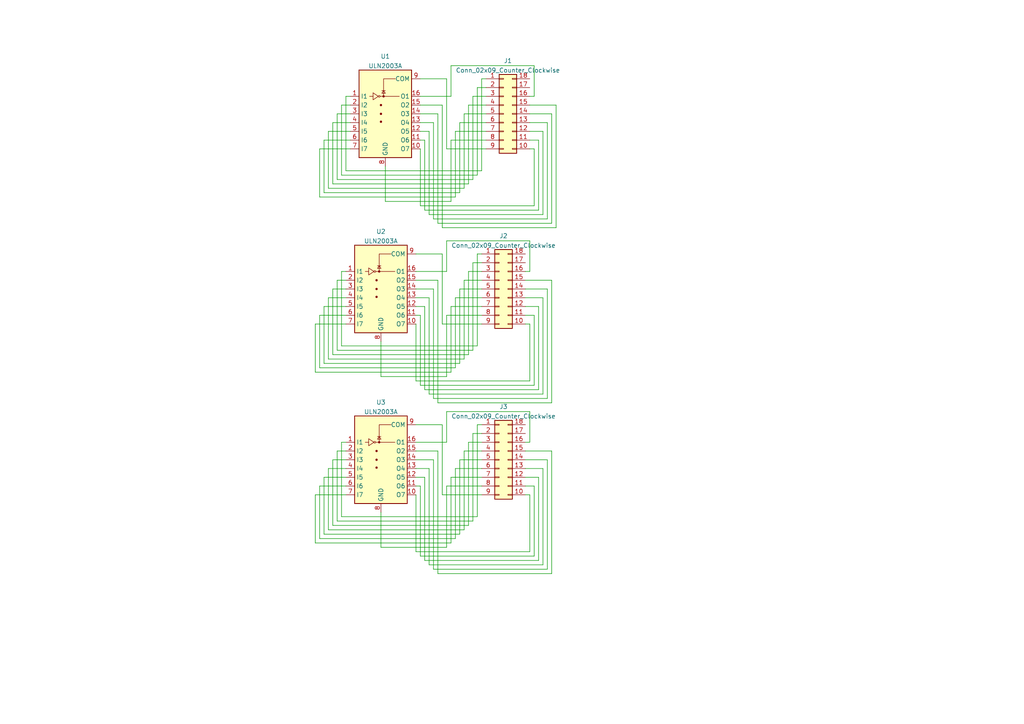
<source format=kicad_sch>
(kicad_sch (version 20211123) (generator eeschema)
  (paper "A4")
  (lib_symbols
    (symbol "Connector_Generic:Conn_02x09_Counter_Clockwise" (pin_names (offset 1.016) hide)
      (property "Reference" "J" (at 1.27 12.7 0))
      (property "Value" "Conn_02x09_Counter_Clockwise" (at 1.27 -12.7 0))
      (symbol "Conn_02x09_Counter_Clockwise_1_1"
        (rectangle (start -1.27 -10.033) (end 0 -10.287) (stroke (width 0.1524)))
        (rectangle (start -1.27 -7.493) (end 0 -7.747) (stroke (width 0.1524)))
        (rectangle (start -1.27 -4.953) (end 0 -5.207) (stroke (width 0.1524)))
        (rectangle (start -1.27 -2.413) (end 0 -2.667) (stroke (width 0.1524)))
        (rectangle (start -1.27 0.127) (end 0 -0.127) (stroke (width 0.1524)))
        (rectangle (start -1.27 2.667) (end 0 2.413) (stroke (width 0.1524)))
        (rectangle (start -1.27 5.207) (end 0 4.953) (stroke (width 0.1524)))
        (rectangle (start -1.27 7.747) (end 0 7.493) (stroke (width 0.1524)))
        (rectangle (start -1.27 10.287) (end 0 10.033) (stroke (width 0.1524)))
        (rectangle (start -1.27 11.43) (end 3.81 -11.43) (stroke (width 0.254)) (fill (type background)))
        (rectangle (start 3.81 -10.033) (end 2.54 -10.287) (stroke (width 0.1524)))
        (rectangle (start 3.81 -7.493) (end 2.54 -7.747) (stroke (width 0.1524)))
        (rectangle (start 3.81 -4.953) (end 2.54 -5.207) (stroke (width 0.1524)))
        (rectangle (start 3.81 -2.413) (end 2.54 -2.667) (stroke (width 0.1524)))
        (rectangle (start 3.81 0.127) (end 2.54 -0.127) (stroke (width 0.1524)))
        (rectangle (start 3.81 2.667) (end 2.54 2.413) (stroke (width 0.1524)))
        (rectangle (start 3.81 5.207) (end 2.54 4.953) (stroke (width 0.1524)))
        (rectangle (start 3.81 7.747) (end 2.54 7.493) (stroke (width 0.1524)))
        (rectangle (start 3.81 10.287) (end 2.54 10.033) (stroke (width 0.1524)))
        (pin passive line (at -5.08 10.16 0) (length 3.81) (name "Pin_1") (number "1"))
        (pin passive line (at 7.62 -10.16 180) (length 3.81) (name "Pin_10") (number "10"))
        (pin passive line (at 7.62 -7.62 180) (length 3.81) (name "Pin_11") (number "11"))
        (pin passive line (at 7.62 -5.08 180) (length 3.81) (name "Pin_12") (number "12"))
        (pin passive line (at 7.62 -2.54 180) (length 3.81) (name "Pin_13") (number "13"))
        (pin passive line (at 7.62 0 180) (length 3.81) (name "Pin_14") (number "14"))
        (pin passive line (at 7.62 2.54 180) (length 3.81) (name "Pin_15") (number "15"))
        (pin passive line (at 7.62 5.08 180) (length 3.81) (name "Pin_16") (number "16"))
        (pin passive line (at 7.62 7.62 180) (length 3.81) (name "Pin_17") (number "17"))
        (pin passive line (at 7.62 10.16 180) (length 3.81) (name "Pin_18") (number "18"))
        (pin passive line (at -5.08 7.62 0) (length 3.81) (name "Pin_2") (number "2"))
        (pin passive line (at -5.08 5.08 0) (length 3.81) (name "Pin_3") (number "3"))
        (pin passive line (at -5.08 2.54 0) (length 3.81) (name "Pin_4") (number "4"))
        (pin passive line (at -5.08 0 0) (length 3.81) (name "Pin_5") (number "5"))
        (pin passive line (at -5.08 -2.54 0) (length 3.81) (name "Pin_6") (number "6"))
        (pin passive line (at -5.08 -5.08 0) (length 3.81) (name "Pin_7") (number "7"))
        (pin passive line (at -5.08 -7.62 0) (length 3.81) (name "Pin_8") (number "8"))
        (pin passive line (at -5.08 -10.16 0) (length 3.81) (name "Pin_9") (number "9"))
      )
    )
    (symbol "Transistor_Array:ULN2003A"
      (property "Reference" "U" (at 0 15.875 0))
      (property "Value" "ULN2003A" (at 0 13.97 0))
      (symbol "ULN2003A_0_1"
        (rectangle (start -7.62 -12.7) (end 7.62 12.7) (stroke (width 0.254)) (fill (type background)))
        (circle (center -1.778 5.08) (radius 0.254))
        (circle (center -1.27 -2.286) (radius 0.254) (fill (type outline)))
        (circle (center -1.27 0) (radius 0.254) (fill (type outline)))
        (circle (center -1.27 2.54) (radius 0.254) (fill (type outline)))
        (circle (center -0.508 5.08) (radius 0.254) (fill (type outline)))
        (polyline (pts (xy -4.572 5.08) (xy -3.556 5.08)))
        (polyline (pts (xy -1.524 5.08) (xy 4.064 5.08)))
        (polyline (pts (xy 0 6.731) (xy -1.016 6.731)))
        (polyline (pts (xy -0.508 5.08) (xy -0.508 10.16) (xy 2.921 10.16)))
        (polyline (pts (xy -3.556 6.096) (xy -3.556 4.064) (xy -2.032 5.08) (xy -3.556 6.096)))
        (polyline (pts (xy 0 5.969) (xy -1.016 5.969) (xy -0.508 6.731) (xy 0 5.969)))
      )
      (symbol "ULN2003A_1_1"
        (pin input line (at -10.16 5.08 0) (length 2.54) (name "I1") (number "1"))
        (pin open_collector line (at 10.16 -10.16 180) (length 2.54) (name "O7") (number "10"))
        (pin open_collector line (at 10.16 -7.62 180) (length 2.54) (name "O6") (number "11"))
        (pin open_collector line (at 10.16 -5.08 180) (length 2.54) (name "O5") (number "12"))
        (pin open_collector line (at 10.16 -2.54 180) (length 2.54) (name "O4") (number "13"))
        (pin open_collector line (at 10.16 0 180) (length 2.54) (name "O3") (number "14"))
        (pin open_collector line (at 10.16 2.54 180) (length 2.54) (name "O2") (number "15"))
        (pin open_collector line (at 10.16 5.08 180) (length 2.54) (name "O1") (number "16"))
        (pin input line (at -10.16 2.54 0) (length 2.54) (name "I2") (number "2"))
        (pin input line (at -10.16 0 0) (length 2.54) (name "I3") (number "3"))
        (pin input line (at -10.16 -2.54 0) (length 2.54) (name "I4") (number "4"))
        (pin input line (at -10.16 -5.08 0) (length 2.54) (name "I5") (number "5"))
        (pin input line (at -10.16 -7.62 0) (length 2.54) (name "I6") (number "6"))
        (pin input line (at -10.16 -10.16 0) (length 2.54) (name "I7") (number "7"))
        (pin power_in line (at 0 -15.24 90) (length 2.54) (name "GND") (number "8"))
        (pin passive line (at 10.16 10.16 180) (length 2.54) (name "COM") (number "9"))
      )
    )
  )
  (wire (pts (xy 132.08 156.21) (xy 92.71 156.21)))
  (wire (pts (xy 125.73 133.35) (xy 120.65 133.35)))
  (wire (pts (xy 123.19 113.03) (xy 156.21 113.03)))
  (wire (pts (xy 139.7 22.86) (xy 139.7 49.53)))
  (wire (pts (xy 135.89 78.74) (xy 135.89 102.87)))
  (wire (pts (xy 124.46 38.1) (xy 124.46 62.23)))
  (wire (pts (xy 153.67 160.02) (xy 153.67 143.51)))
  (wire (pts (xy 137.16 27.94) (xy 137.16 52.07)))
  (wire (pts (xy 129.54 43.18) (xy 129.54 22.86)))
  (wire (pts (xy 129.54 22.86) (xy 121.92 22.86)))
  (wire (pts (xy 154.94 19.05) (xy 154.94 27.94)))
  (wire (pts (xy 124.46 86.36) (xy 124.46 114.3)))
  (wire (pts (xy 133.35 55.88) (xy 93.98 55.88)))
  (wire (pts (xy 154.94 111.76) (xy 154.94 91.44)))
  (wire (pts (xy 156.21 60.96) (xy 156.21 40.64)))
  (wire (pts (xy 96.52 35.56) (xy 96.52 53.34)))
  (wire (pts (xy 96.52 152.4) (xy 96.52 133.35)))
  (wire (pts (xy 140.97 27.94) (xy 137.16 27.94)))
  (wire (pts (xy 133.35 133.35) (xy 133.35 154.94)))
  (wire (pts (xy 139.7 86.36) (xy 132.08 86.36)))
  (wire (pts (xy 130.81 138.43) (xy 139.7 138.43)))
  (wire (pts (xy 100.33 130.81) (xy 97.79 130.81)))
  (wire (pts (xy 96.52 53.34) (xy 135.89 53.34)))
  (wire (pts (xy 99.06 100.33) (xy 99.06 78.74)))
  (wire (pts (xy 110.49 109.22) (xy 110.49 99.06)))
  (wire (pts (xy 123.19 60.96) (xy 156.21 60.96)))
  (wire (pts (xy 138.43 123.19) (xy 138.43 149.86)))
  (wire (pts (xy 91.44 107.95) (xy 130.81 107.95)))
  (wire (pts (xy 100.33 49.53) (xy 100.33 27.94)))
  (wire (pts (xy 123.19 88.9) (xy 123.19 113.03)))
  (wire (pts (xy 100.33 81.28) (xy 97.79 81.28)))
  (wire (pts (xy 97.79 130.81) (xy 97.79 151.13)))
  (wire (pts (xy 95.25 104.14) (xy 134.62 104.14)))
  (wire (pts (xy 134.62 104.14) (xy 134.62 81.28)))
  (wire (pts (xy 92.71 43.18) (xy 92.71 57.15)))
  (wire (pts (xy 152.4 83.82) (xy 158.75 83.82)))
  (wire (pts (xy 133.35 105.41) (xy 93.98 105.41)))
  (wire (pts (xy 92.71 156.21) (xy 92.71 140.97)))
  (wire (pts (xy 154.94 161.29) (xy 154.94 140.97)))
  (wire (pts (xy 101.6 30.48) (xy 99.06 30.48)))
  (wire (pts (xy 139.7 143.51) (xy 128.27 143.51)))
  (wire (pts (xy 130.81 58.42) (xy 111.76 58.42)))
  (wire (pts (xy 158.75 35.56) (xy 153.67 35.56)))
  (wire (pts (xy 121.92 59.69) (xy 154.94 59.69)))
  (wire (pts (xy 95.25 38.1) (xy 101.6 38.1)))
  (wire (pts (xy 139.7 49.53) (xy 100.33 49.53)))
  (wire (pts (xy 128.27 30.48) (xy 128.27 66.04)))
  (wire (pts (xy 135.89 128.27) (xy 135.89 152.4)))
  (wire (pts (xy 97.79 101.6) (xy 137.16 101.6)))
  (wire (pts (xy 120.65 140.97) (xy 121.92 140.97)))
  (wire (pts (xy 160.02 116.84) (xy 160.02 81.28)))
  (wire (pts (xy 140.97 22.86) (xy 139.7 22.86)))
  (wire (pts (xy 121.92 35.56) (xy 125.73 35.56)))
  (wire (pts (xy 129.54 128.27) (xy 129.54 119.38)))
  (wire (pts (xy 125.73 35.56) (xy 125.73 63.5)))
  (wire (pts (xy 128.27 143.51) (xy 128.27 123.19)))
  (wire (pts (xy 92.71 140.97) (xy 100.33 140.97)))
  (wire (pts (xy 135.89 53.34) (xy 135.89 30.48)))
  (wire (pts (xy 120.65 93.98) (xy 120.65 110.49)))
  (wire (pts (xy 160.02 33.02) (xy 160.02 64.77)))
  (wire (pts (xy 124.46 135.89) (xy 124.46 163.83)))
  (wire (pts (xy 129.54 91.44) (xy 129.54 109.22)))
  (wire (pts (xy 97.79 151.13) (xy 137.16 151.13)))
  (wire (pts (xy 153.67 93.98) (xy 152.4 93.98)))
  (wire (pts (xy 130.81 107.95) (xy 130.81 88.9)))
  (wire (pts (xy 139.7 73.66) (xy 138.43 73.66)))
  (wire (pts (xy 95.25 135.89) (xy 95.25 153.67)))
  (wire (pts (xy 157.48 86.36) (xy 152.4 86.36)))
  (wire (pts (xy 97.79 52.07) (xy 97.79 33.02)))
  (wire (pts (xy 120.65 110.49) (xy 153.67 110.49)))
  (wire (pts (xy 132.08 86.36) (xy 132.08 106.68)))
  (wire (pts (xy 130.81 40.64) (xy 130.81 58.42)))
  (wire (pts (xy 120.65 81.28) (xy 127 81.28)))
  (wire (pts (xy 95.25 86.36) (xy 95.25 104.14)))
  (wire (pts (xy 93.98 88.9) (xy 100.33 88.9)))
  (wire (pts (xy 120.65 160.02) (xy 153.67 160.02)))
  (wire (pts (xy 135.89 30.48) (xy 140.97 30.48)))
  (wire (pts (xy 130.81 27.94) (xy 130.81 19.05)))
  (wire (pts (xy 139.7 135.89) (xy 132.08 135.89)))
  (wire (pts (xy 138.43 100.33) (xy 99.06 100.33)))
  (wire (pts (xy 134.62 130.81) (xy 139.7 130.81)))
  (wire (pts (xy 153.67 33.02) (xy 160.02 33.02)))
  (wire (pts (xy 125.73 165.1) (xy 125.73 133.35)))
  (wire (pts (xy 157.48 62.23) (xy 157.48 38.1)))
  (wire (pts (xy 127 116.84) (xy 160.02 116.84)))
  (wire (pts (xy 154.94 91.44) (xy 152.4 91.44)))
  (wire (pts (xy 128.27 123.19) (xy 120.65 123.19)))
  (wire (pts (xy 140.97 33.02) (xy 134.62 33.02)))
  (wire (pts (xy 135.89 102.87) (xy 96.52 102.87)))
  (wire (pts (xy 93.98 40.64) (xy 101.6 40.64)))
  (wire (pts (xy 132.08 38.1) (xy 140.97 38.1)))
  (wire (pts (xy 120.65 128.27) (xy 129.54 128.27)))
  (wire (pts (xy 132.08 135.89) (xy 132.08 156.21)))
  (wire (pts (xy 129.54 78.74) (xy 129.54 69.85)))
  (wire (pts (xy 158.75 165.1) (xy 125.73 165.1)))
  (wire (pts (xy 153.67 119.38) (xy 153.67 128.27)))
  (wire (pts (xy 153.67 110.49) (xy 153.67 93.98)))
  (wire (pts (xy 139.7 128.27) (xy 135.89 128.27)))
  (wire (pts (xy 101.6 35.56) (xy 96.52 35.56)))
  (wire (pts (xy 95.25 153.67) (xy 134.62 153.67)))
  (wire (pts (xy 93.98 55.88) (xy 93.98 40.64)))
  (wire (pts (xy 156.21 88.9) (xy 152.4 88.9)))
  (wire (pts (xy 121.92 43.18) (xy 121.92 59.69)))
  (wire (pts (xy 137.16 52.07) (xy 97.79 52.07)))
  (wire (pts (xy 130.81 88.9) (xy 139.7 88.9)))
  (wire (pts (xy 132.08 57.15) (xy 132.08 38.1)))
  (wire (pts (xy 153.67 128.27) (xy 152.4 128.27)))
  (wire (pts (xy 153.67 69.85) (xy 153.67 78.74)))
  (wire (pts (xy 128.27 73.66) (xy 120.65 73.66)))
  (wire (pts (xy 99.06 128.27) (xy 100.33 128.27)))
  (wire (pts (xy 161.29 30.48) (xy 153.67 30.48)))
  (wire (pts (xy 124.46 62.23) (xy 157.48 62.23)))
  (wire (pts (xy 92.71 106.68) (xy 92.71 91.44)))
  (wire (pts (xy 156.21 40.64) (xy 153.67 40.64)))
  (wire (pts (xy 139.7 93.98) (xy 128.27 93.98)))
  (wire (pts (xy 99.06 149.86) (xy 99.06 128.27)))
  (wire (pts (xy 124.46 114.3) (xy 157.48 114.3)))
  (wire (pts (xy 129.54 69.85) (xy 153.67 69.85)))
  (wire (pts (xy 101.6 43.18) (xy 92.71 43.18)))
  (wire (pts (xy 129.54 119.38) (xy 153.67 119.38)))
  (wire (pts (xy 157.48 114.3) (xy 157.48 86.36)))
  (wire (pts (xy 93.98 138.43) (xy 100.33 138.43)))
  (wire (pts (xy 132.08 106.68) (xy 92.71 106.68)))
  (wire (pts (xy 127 64.77) (xy 127 33.02)))
  (wire (pts (xy 120.65 88.9) (xy 123.19 88.9)))
  (wire (pts (xy 123.19 40.64) (xy 123.19 60.96)))
  (wire (pts (xy 137.16 125.73) (xy 139.7 125.73)))
  (wire (pts (xy 99.06 30.48) (xy 99.06 50.8)))
  (wire (pts (xy 129.54 109.22) (xy 110.49 109.22)))
  (wire (pts (xy 137.16 101.6) (xy 137.16 76.2)))
  (wire (pts (xy 139.7 123.19) (xy 138.43 123.19)))
  (wire (pts (xy 100.33 86.36) (xy 95.25 86.36)))
  (wire (pts (xy 95.25 54.61) (xy 95.25 38.1)))
  (wire (pts (xy 152.4 133.35) (xy 158.75 133.35)))
  (wire (pts (xy 128.27 66.04) (xy 161.29 66.04)))
  (wire (pts (xy 96.52 133.35) (xy 100.33 133.35)))
  (wire (pts (xy 110.49 158.75) (xy 110.49 148.59)))
  (wire (pts (xy 128.27 93.98) (xy 128.27 73.66)))
  (wire (pts (xy 160.02 64.77) (xy 127 64.77)))
  (wire (pts (xy 154.94 140.97) (xy 152.4 140.97)))
  (wire (pts (xy 137.16 151.13) (xy 137.16 125.73)))
  (wire (pts (xy 93.98 105.41) (xy 93.98 88.9)))
  (wire (pts (xy 100.33 135.89) (xy 95.25 135.89)))
  (wire (pts (xy 154.94 27.94) (xy 153.67 27.94)))
  (wire (pts (xy 158.75 133.35) (xy 158.75 165.1)))
  (wire (pts (xy 91.44 93.98) (xy 91.44 107.95)))
  (wire (pts (xy 121.92 40.64) (xy 123.19 40.64)))
  (wire (pts (xy 139.7 91.44) (xy 129.54 91.44)))
  (wire (pts (xy 130.81 157.48) (xy 130.81 138.43)))
  (wire (pts (xy 121.92 140.97) (xy 121.92 161.29)))
  (wire (pts (xy 121.92 111.76) (xy 154.94 111.76)))
  (wire (pts (xy 134.62 153.67) (xy 134.62 130.81)))
  (wire (pts (xy 121.92 91.44) (xy 121.92 111.76)))
  (wire (pts (xy 96.52 102.87) (xy 96.52 83.82)))
  (wire (pts (xy 123.19 138.43) (xy 123.19 162.56)))
  (wire (pts (xy 124.46 163.83) (xy 157.48 163.83)))
  (wire (pts (xy 160.02 81.28) (xy 152.4 81.28)))
  (wire (pts (xy 134.62 54.61) (xy 95.25 54.61)))
  (wire (pts (xy 121.92 161.29) (xy 154.94 161.29)))
  (wire (pts (xy 127 81.28) (xy 127 116.84)))
  (wire (pts (xy 92.71 57.15) (xy 132.08 57.15)))
  (wire (pts (xy 129.54 158.75) (xy 110.49 158.75)))
  (wire (pts (xy 111.76 58.42) (xy 111.76 48.26)))
  (wire (pts (xy 157.48 38.1) (xy 153.67 38.1)))
  (wire (pts (xy 153.67 143.51) (xy 152.4 143.51)))
  (wire (pts (xy 139.7 78.74) (xy 135.89 78.74)))
  (wire (pts (xy 100.33 93.98) (xy 91.44 93.98)))
  (wire (pts (xy 100.33 27.94) (xy 101.6 27.94)))
  (wire (pts (xy 138.43 149.86) (xy 99.06 149.86)))
  (wire (pts (xy 120.65 143.51) (xy 120.65 160.02)))
  (wire (pts (xy 133.35 35.56) (xy 133.35 55.88)))
  (wire (pts (xy 97.79 33.02) (xy 101.6 33.02)))
  (wire (pts (xy 92.71 91.44) (xy 100.33 91.44)))
  (wire (pts (xy 93.98 154.94) (xy 93.98 138.43)))
  (wire (pts (xy 121.92 30.48) (xy 128.27 30.48)))
  (wire (pts (xy 133.35 154.94) (xy 93.98 154.94)))
  (wire (pts (xy 91.44 143.51) (xy 91.44 157.48)))
  (wire (pts (xy 99.06 78.74) (xy 100.33 78.74)))
  (wire (pts (xy 99.06 50.8) (xy 138.43 50.8)))
  (wire (pts (xy 120.65 130.81) (xy 127 130.81)))
  (wire (pts (xy 156.21 162.56) (xy 156.21 138.43)))
  (wire (pts (xy 137.16 76.2) (xy 139.7 76.2)))
  (wire (pts (xy 139.7 83.82) (xy 133.35 83.82)))
  (wire (pts (xy 153.67 78.74) (xy 152.4 78.74)))
  (wire (pts (xy 133.35 83.82) (xy 133.35 105.41)))
  (wire (pts (xy 161.29 66.04) (xy 161.29 30.48)))
  (wire (pts (xy 139.7 140.97) (xy 129.54 140.97)))
  (wire (pts (xy 129.54 140.97) (xy 129.54 158.75)))
  (wire (pts (xy 156.21 113.03) (xy 156.21 88.9)))
  (wire (pts (xy 135.89 152.4) (xy 96.52 152.4)))
  (wire (pts (xy 157.48 135.89) (xy 152.4 135.89)))
  (wire (pts (xy 140.97 40.64) (xy 130.81 40.64)))
  (wire (pts (xy 91.44 157.48) (xy 130.81 157.48)))
  (wire (pts (xy 154.94 59.69) (xy 154.94 43.18)))
  (wire (pts (xy 120.65 135.89) (xy 124.46 135.89)))
  (wire (pts (xy 125.73 63.5) (xy 158.75 63.5)))
  (wire (pts (xy 127 130.81) (xy 127 166.37)))
  (wire (pts (xy 158.75 83.82) (xy 158.75 115.57)))
  (wire (pts (xy 138.43 25.4) (xy 140.97 25.4)))
  (wire (pts (xy 138.43 50.8) (xy 138.43 25.4)))
  (wire (pts (xy 130.81 19.05) (xy 154.94 19.05)))
  (wire (pts (xy 120.65 78.74) (xy 129.54 78.74)))
  (wire (pts (xy 125.73 83.82) (xy 120.65 83.82)))
  (wire (pts (xy 120.65 138.43) (xy 123.19 138.43)))
  (wire (pts (xy 140.97 43.18) (xy 129.54 43.18)))
  (wire (pts (xy 134.62 81.28) (xy 139.7 81.28)))
  (wire (pts (xy 100.33 143.51) (xy 91.44 143.51)))
  (wire (pts (xy 138.43 73.66) (xy 138.43 100.33)))
  (wire (pts (xy 157.48 163.83) (xy 157.48 135.89)))
  (wire (pts (xy 121.92 27.94) (xy 130.81 27.94)))
  (wire (pts (xy 156.21 138.43) (xy 152.4 138.43)))
  (wire (pts (xy 120.65 86.36) (xy 124.46 86.36)))
  (wire (pts (xy 139.7 133.35) (xy 133.35 133.35)))
  (wire (pts (xy 127 166.37) (xy 160.02 166.37)))
  (wire (pts (xy 154.94 43.18) (xy 153.67 43.18)))
  (wire (pts (xy 123.19 162.56) (xy 156.21 162.56)))
  (wire (pts (xy 121.92 38.1) (xy 124.46 38.1)))
  (wire (pts (xy 140.97 35.56) (xy 133.35 35.56)))
  (wire (pts (xy 160.02 130.81) (xy 152.4 130.81)))
  (wire (pts (xy 120.65 91.44) (xy 121.92 91.44)))
  (wire (pts (xy 96.52 83.82) (xy 100.33 83.82)))
  (wire (pts (xy 134.62 33.02) (xy 134.62 54.61)))
  (wire (pts (xy 125.73 115.57) (xy 125.73 83.82)))
  (wire (pts (xy 158.75 115.57) (xy 125.73 115.57)))
  (wire (pts (xy 97.79 81.28) (xy 97.79 101.6)))
  (wire (pts (xy 158.75 63.5) (xy 158.75 35.56)))
  (wire (pts (xy 127 33.02) (xy 121.92 33.02)))
  (wire (pts (xy 160.02 166.37) (xy 160.02 130.81)))
  (symbol (lib_id "Transistor_Array:ULN2003A") (at 111.76 33.02 0) (unit 1)
    (property "Reference" "U1" (at 111.76 16.3535 0))
    (property "Value" "ULN2003A" (at 111.76 19.1286 0))
    (property "Footprint" "Package_DIP:DIP-16_W7.62mm" (effects hide))
    (property "Datasheet" "http://www.ti.com/lit/ds/symlink/uln2003a.pdf" (effects hide))
  )
  (symbol (lib_id "Connector_Generic:Conn_02x09_Counter_Clockwise") (at 144.78 83.82 0) (unit 1)
    (property "Reference" "J2" (at 146.05 68.4235 0))
    (property "Value" "Conn_02x09_Counter_Clockwise" (at 146.05 71.1986 0))
    (property "Footprint" "Package_DIP:DIP-18_W7.62mm" (effects hide))
  )
  (symbol (lib_id "Connector_Generic:Conn_02x09_Counter_Clockwise") (at 144.78 133.35 0) (unit 1)
    (property "Reference" "J3" (at 146.05 117.9535 0))
    (property "Value" "Conn_02x09_Counter_Clockwise" (at 146.05 120.7286 0))
    (property "Footprint" "Package_DIP:DIP-18_W7.62mm" (effects hide))
  )
  (symbol (lib_id "Connector_Generic:Conn_02x09_Counter_Clockwise") (at 146.05 33.02 0) (unit 1)
    (property "Reference" "J1" (at 147.32 17.6235 0))
    (property "Value" "Conn_02x09_Counter_Clockwise" (at 147.32 20.3986 0))
    (property "Footprint" "Package_DIP:DIP-18_W7.62mm" (effects hide))
  )
  (symbol (lib_id "Transistor_Array:ULN2003A") (at 110.49 133.35 0) (unit 1)
    (property "Reference" "U3" (at 110.49 116.6835 0))
    (property "Value" "ULN2003A" (at 110.49 119.4586 0))
    (property "Footprint" "Package_DIP:DIP-16_W7.62mm" (effects hide))
    (property "Datasheet" "http://www.ti.com/lit/ds/symlink/uln2003a.pdf" (effects hide))
  )
  (symbol (lib_id "Transistor_Array:ULN2003A") (at 110.49 83.82 0) (unit 1)
    (property "Reference" "U2" (at 110.49 67.1535 0))
    (property "Value" "ULN2003A" (at 110.49 69.9286 0))
    (property "Footprint" "Package_DIP:DIP-16_W7.62mm" (effects hide))
    (property "Datasheet" "http://www.ti.com/lit/ds/symlink/uln2003a.pdf" (effects hide))
  )
)
</source>
